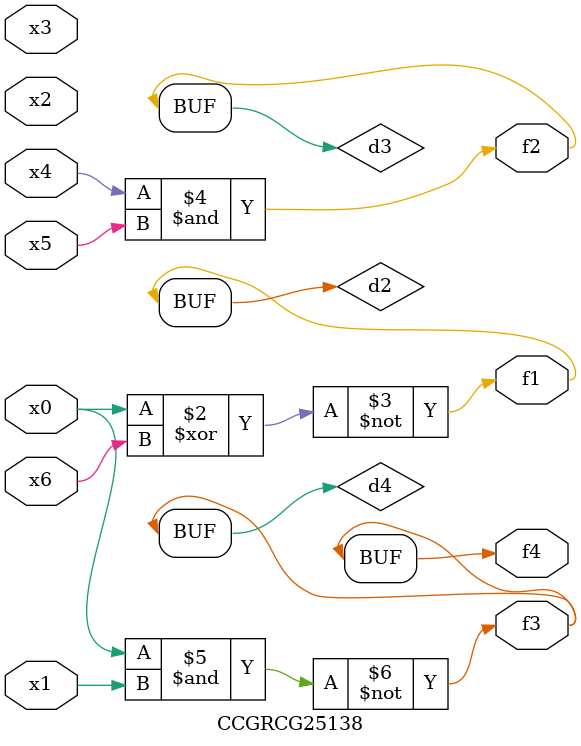
<source format=v>
module CCGRCG25138(
	input x0, x1, x2, x3, x4, x5, x6,
	output f1, f2, f3, f4
);

	wire d1, d2, d3, d4;

	nor (d1, x0);
	xnor (d2, x0, x6);
	and (d3, x4, x5);
	nand (d4, x0, x1);
	assign f1 = d2;
	assign f2 = d3;
	assign f3 = d4;
	assign f4 = d4;
endmodule

</source>
